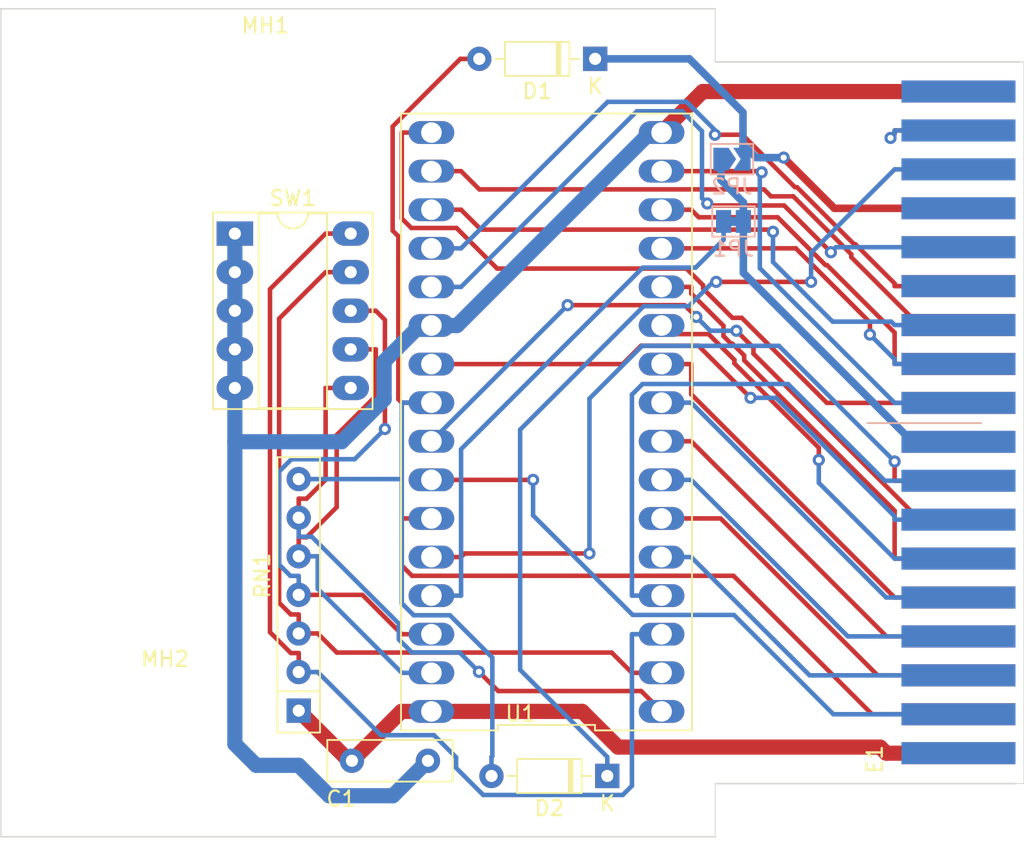
<source format=kicad_pcb>
(kicad_pcb (version 20211014) (generator pcbnew)
  (layers (0 "F.Cu" signal) (31 "B.Cu" signal) (34 "B.Paste" user) (35 "F.Paste" user) (36 "B.SilkS" user "B.Silkscreen") (37 "F.SilkS" user "F.Silkscreen") (38 "B.Mask" user) (39 "F.Mask" user) (44 "Edge.Cuts" user))
  (net 0 "")
  (net 1 "GND")
  (net 2 "+5V")
  (net 3 "Net-(D1-Pad2)")
  (net 4 "Net-(D1-Pad1)")
  (net 5 "Net-(D2-Pad1)")
  (net 6 "Net-(E1-Pad33)")
  (net 7 "Net-(RN1-Pad6)")
  (net 8 "Net-(RN1-Pad5)")
  (net 9 "Net-(RN1-Pad4)")
  (net 10 "Net-(RN1-Pad3)")
  (net 11 "Net-(RN1-Pad2)")
  (net 12 "Net-(E1-Pad19)")
  (net 13 "Net-(E1-Pad23)")
  (net 14 "Net-(E1-Pad24)")
  (net 15 "Net-(E1-Pad16)")
  (net 16 "Net-(E1-Pad25)")
  (net 17 "Net-(E1-Pad6)")
  (net 18 "Net-(E1-Pad28)")
  (net 19 "Net-(E1-Pad5)")
  (net 20 "Net-(E1-Pad8)")
  (net 21 "Net-(E1-Pad14)")
  (net 22 "Net-(E1-Pad7)")
  (net 23 "Net-(E1-Pad10)")
  (net 24 "Net-(E1-Pad13)")
  (net 25 "Net-(E1-Pad9)")
  (net 26 "Net-(E1-Pad4)")
  (net 27 "Net-(E1-Pad12)")
  (net 28 "Net-(E1-Pad3)")
  (net 29 "Net-(E1-Pad11)")
  (net 30 "Net-(E1-Pad15)")
  (net 31 "Net-(E1-Pad22)")
  (net 32 "Net-(E1-Pad18)")
  (net 33 "Net-(E1-Pad21)")
  (net 34 "Net-(E1-Pad20)")
  (net 42 "Net-(JP1-Pad1)")
  (footprint "CheshBits:36Edge" (layer "F.Cu") (at 160.5 120.5 90)
    (fp_text reference "E1" (at -0.4 0.5 90) (layer "F.SilkS"))
    (fp_text value "36Edge")
    (pad "1" connect rect locked (at 0 6 90) (size 1.45 7.5) (layers "F.Cu" "F.Mask") (net 2 "+5V"))
    (pad "2" connect rect locked (at 0 6 90) (size 1.45 7.5) (layers "B.Cu" "B.Mask"))
    (pad "3" connect rect locked (at 2.561764 6 90) (size 1.45 7.5) (layers "F.Cu" "F.Mask") (net 28 "Net-(E1-Pad3)"))
    (pad "4" connect rect locked (at 2.561764 6 90) (size 1.45 7.5) (layers "B.Cu" "B.Mask") (net 26 "Net-(E1-Pad4)"))
    (pad "5" connect rect locked (at 5.123528 6 90) (size 1.45 7.5) (layers "F.Cu" "F.Mask") (net 19 "Net-(E1-Pad5)"))
    (pad "6" connect rect locked (at 5.123528 6 90) (size 1.45 7.5) (layers "B.Cu" "B.Mask") (net 17 "Net-(E1-Pad6)"))
    (pad "7" connect rect locked (at 7.685292 6 90) (size 1.45 7.5) (layers "F.Cu" "F.Mask") (net 22 "Net-(E1-Pad7)"))
    (pad "8" connect rect locked (at 7.685292 6 90) (size 1.45 7.5) (layers "B.Cu" "B.Mask") (net 20 "Net-(E1-Pad8)"))
    (pad "9" connect rect locked (at 10.247056 6 90) (size 1.45 7.5) (layers "F.Cu" "F.Mask") (net 25 "Net-(E1-Pad9)"))
    (pad "10" connect rect locked (at 10.247056 6 90) (size 1.45 7.5) (layers "B.Cu" "B.Mask") (net 23 "Net-(E1-Pad10)"))
    (pad "11" connect rect locked (at 12.80882 6 90) (size 1.45 7.5) (layers "F.Cu" "F.Mask") (net 29 "Net-(E1-Pad11)"))
    (pad "12" connect rect locked (at 12.80882 6 90) (size 1.45 7.5) (layers "B.Cu" "B.Mask") (net 27 "Net-(E1-Pad12)"))
    (pad "13" connect rect locked (at 15.370584 6 90) (size 1.45 7.5) (layers "F.Cu" "F.Mask") (net 24 "Net-(E1-Pad13)"))
    (pad "14" connect rect locked (at 15.370584 6 90) (size 1.45 7.5) (layers "B.Cu" "B.Mask") (net 21 "Net-(E1-Pad14)"))
    (pad "15" connect rect locked (at 17.932348 6 90) (size 1.45 7.5) (layers "F.Cu" "F.Mask") (net 30 "Net-(E1-Pad15)"))
    (pad "16" connect rect locked (at 17.932348 6 90) (size 1.45 7.5) (layers "B.Cu" "B.Mask") (net 15 "Net-(E1-Pad16)"))
    (pad "17" connect rect locked (at 20.494112 6 90) (size 1.45 7.5) (layers "F.Cu" "F.Mask"))
    (pad "18" connect rect locked (at 20.494112 6 90) (size 1.45 7.5) (layers "B.Cu" "B.Mask") (net 32 "Net-(E1-Pad18)"))
    (pad "19" connect rect locked (at 23.055876 6 90) (size 1.45 7.5) (layers "F.Cu" "F.Mask") (net 12 "Net-(E1-Pad19)"))
    (pad "20" connect rect locked (at 23.055876 6 90) (size 1.45 7.5) (layers "B.Cu" "B.Mask") (net 34 "Net-(E1-Pad20)"))
    (pad "21" connect rect locked (at 25.61764 6 90) (size 1.45 7.5) (layers "F.Cu" "F.Mask") (net 33 "Net-(E1-Pad21)"))
    (pad "22" connect rect locked (at 25.61764 6 90) (size 1.45 7.5) (layers "B.Cu" "B.Mask") (net 31 "Net-(E1-Pad22)"))
    (pad "23" connect rect locked (at 28.179404 6 90) (size 1.45 7.5) (layers "F.Cu" "F.Mask") (net 13 "Net-(E1-Pad23)"))
    (pad "24" connect rect locked (at 28.179404 6 90) (size 1.45 7.5) (layers "B.Cu" "B.Mask") (net 14 "Net-(E1-Pad24)"))
    (pad "25" connect rect locked (at 30.741168 6 90) (size 1.45 7.5) (layers "F.Cu" "F.Mask") (net 16 "Net-(E1-Pad25)"))
    (pad "26" connect rect locked (at 30.741168 6 90) (size 1.45 7.5) (layers "B.Cu" "B.Mask"))
    (pad "27" connect rect locked (at 33.302932 6 90) (size 1.45 7.5) (layers "F.Cu" "F.Mask"))
    (pad "28" connect rect locked (at 33.302932 6 90) (size 1.45 7.5) (layers "B.Cu" "B.Mask") (net 18 "Net-(E1-Pad28)"))
    (pad "29" connect rect locked (at 35.864696 6 90) (size 1.45 7.5) (layers "F.Cu" "F.Mask") (net 4 "Net-(D1-Pad1)"))
    (pad "30" connect rect locked (at 35.864696 6 90) (size 1.45 7.5) (layers "B.Cu" "B.Mask"))
    (pad "31" connect rect locked (at 38.42646 6 90) (size 1.45 7.5) (layers "F.Cu" "F.Mask"))
    (pad "32" connect rect locked (at 38.42646 6 90) (size 1.45 7.5) (layers "B.Cu" "B.Mask") (net 5 "Net-(D2-Pad1)"))
    (pad "33" connect rect locked (at 40.988224 6 90) (size 1.45 7.5) (layers "F.Cu" "F.Mask") (net 6 "Net-(E1-Pad33)"))
    (pad "34" connect rect locked (at 40.988224 6 90) (size 1.45 7.5) (layers "B.Cu" "B.Mask") (net 6 "Net-(E1-Pad33)"))
    (pad "35" connect rect locked (at 43.55 6 90) (size 1.45 7.5) (layers "F.Cu" "F.Mask") (net 1 "GND"))
    (pad "36" connect rect locked (at 43.55 6 90) (size 1.45 7.5) (layers "B.Cu" "B.Mask"))
  )
  (footprint "Capacitor_THT:C_Disc_D8.0mm_W2.5mm_P5.00mm" (layer "F.Cu") (at 126.6 121)
    (fp_text reference "C1" (at -0.7 2.5) (layer "F.SilkS"))
    (fp_text value "0.1uF")
    (fp_line (start -1.62 1.37) (end 6.62 1.37) (layer "F.SilkS") (width 0.12))
    (fp_line (start -1.62 -1.37) (end 6.62 -1.37) (layer "F.SilkS") (width 0.12))
    (fp_line (start 6.62 -1.37) (end 6.62 1.37) (layer "F.SilkS") (width 0.12))
    (fp_line (start -1.62 -1.37) (end -1.62 1.37) (layer "F.SilkS") (width 0.12))
    (pad "1" thru_hole circle (at 0 0) (size 1.6 1.6) (drill 0.8) (layers *.Cu *.Mask) (net 2 "+5V"))
    (pad "2" thru_hole circle (at 5 0) (size 1.6 1.6) (drill 0.8) (layers *.Cu *.Mask) (net 1 "GND"))
  )
  (footprint "CheshBits:DIP-32_LP_FATBOY" (layer "F.Cu") (at 139.4 98.7 90)
    (fp_text reference "U1" (at -19.2 -1.7) (layer "F.SilkS"))
    (fp_text value "27C801")
    (fp_line (start -19.94 3.189999) (end -20.3 3.189999) (layer "F.SilkS") (width 0.12))
    (fp_line (start 20.3 9.57) (end 20.3 -9.569999) (layer "F.SilkS") (width 0.12))
    (fp_line (start -20.3 -3.19) (end -19.94 -3.19) (layer "F.SilkS") (width 0.12))
    (fp_line (start -20.3 9.569999) (end 20.3 9.57) (layer "F.SilkS") (width 0.12))
    (fp_line (start -20.3 -9.57) (end -20.3 -3.19) (layer "F.SilkS") (width 0.12))
    (fp_line (start -19.94 -3.19) (end -19.94 3.189999) (layer "F.SilkS") (width 0.12))
    (fp_line (start 20.3 -9.569999) (end -20.3 -9.57) (layer "F.SilkS") (width 0.12))
    (fp_line (start -20.3 3.189999) (end -20.3 9.569999) (layer "F.SilkS") (width 0.12))
    (pad "1" thru_hole oval (at -19.05 7.57 90) (size 1.5 3) (drill 1.35) (layers *.Cu *.Mask) (net 7 "Net-(RN1-Pad6)"))
    (pad "2" thru_hole oval (at -16.51 7.57 90) (size 1.5 3) (drill 1.35) (layers *.Cu *.Mask) (net 10 "Net-(RN1-Pad3)"))
    (pad "3" thru_hole oval (at -13.97 7.57 90) (size 1.5 3) (drill 1.35) (layers *.Cu *.Mask) (net 11 "Net-(RN1-Pad2)"))
    (pad "4" thru_hole oval (at -11.43 7.57 90) (size 1.5 3) (drill 1.35) (layers *.Cu *.Mask) (net 15 "Net-(E1-Pad16)"))
    (pad "5" thru_hole oval (at -8.89 7.57 90) (size 1.5 3) (drill 1.35) (layers *.Cu *.Mask) (net 17 "Net-(E1-Pad6)"))
    (pad "6" thru_hole oval (at -6.35 7.57 90) (size 1.5 3) (drill 1.35) (layers *.Cu *.Mask) (net 19 "Net-(E1-Pad5)"))
    (pad "7" thru_hole oval (at -3.81 7.57 90) (size 1.5 3) (drill 1.35) (layers *.Cu *.Mask) (net 20 "Net-(E1-Pad8)"))
    (pad "8" thru_hole oval (at -1.27 7.57 90) (size 1.5 3) (drill 1.35) (layers *.Cu *.Mask) (net 22 "Net-(E1-Pad7)"))
    (pad "9" thru_hole oval (at 1.27 7.57 90) (size 1.5 3) (drill 1.35) (layers *.Cu *.Mask) (net 23 "Net-(E1-Pad10)"))
    (pad "10" thru_hole oval (at 3.81 7.57 90) (size 1.5 3) (drill 1.35) (layers *.Cu *.Mask) (net 25 "Net-(E1-Pad9)"))
    (pad "11" thru_hole oval (at 6.35 7.57 90) (size 1.5 3) (drill 1.35) (layers *.Cu *.Mask) (net 27 "Net-(E1-Pad12)"))
    (pad "12" thru_hole oval (at 8.89 7.57 90) (size 1.5 3) (drill 1.35) (layers *.Cu *.Mask) (net 29 "Net-(E1-Pad11)"))
    (pad "13" thru_hole oval (at 11.43 7.57 90) (size 1.5 3) (drill 1.35) (layers *.Cu *.Mask) (net 31 "Net-(E1-Pad22)"))
    (pad "14" thru_hole oval (at 13.97 7.57 90) (size 1.5 3) (drill 1.35) (layers *.Cu *.Mask) (net 33 "Net-(E1-Pad21)"))
    (pad "15" thru_hole oval (at 16.51 7.57 90) (size 1.5 3) (drill 1.35) (layers *.Cu *.Mask) (net 34 "Net-(E1-Pad20)"))
    (pad "16" thru_hole oval (at 19.05 7.57 90) (size 1.5 3) (drill 1.35) (layers *.Cu *.Mask) (net 1 "GND"))
    (pad "17" thru_hole oval (at 19.05 -7.57 90) (size 1.5 3) (drill 1.35) (layers *.Cu *.Mask) (net 12 "Net-(E1-Pad19)"))
    (pad "18" thru_hole oval (at 16.51 -7.57 90) (size 1.5 3) (drill 1.35) (layers *.Cu *.Mask) (net 13 "Net-(E1-Pad23)"))
    (pad "19" thru_hole oval (at 13.97 -7.57 90) (size 1.5 3) (drill 1.35) (layers *.Cu *.Mask) (net 14 "Net-(E1-Pad24)"))
    (pad "20" thru_hole oval (at 11.43 -7.57 90) (size 1.5 3) (drill 1.35) (layers *.Cu *.Mask) (net 16 "Net-(E1-Pad25)"))
    (pad "21" thru_hole oval (at 8.89 -7.57 90) (size 1.5 3) (drill 1.35) (layers *.Cu *.Mask) (net 18 "Net-(E1-Pad28)"))
    (pad "22" thru_hole oval (at 6.35 -7.57 90) (size 1.5 3) (drill 1.35) (layers *.Cu *.Mask) (net 1 "GND"))
    (pad "23" thru_hole oval (at 3.81 -7.57 90) (size 1.5 3) (drill 1.35) (layers *.Cu *.Mask) (net 21 "Net-(E1-Pad14)"))
    (pad "24" thru_hole oval (at 1.27 -7.57 90) (size 1.5 3) (drill 1.35) (layers *.Cu *.Mask) (net 3 "Net-(D1-Pad2)"))
    (pad "25" thru_hole oval (at -1.27 -7.57 90) (size 1.5 3) (drill 1.35) (layers *.Cu *.Mask) (net 24 "Net-(E1-Pad13)"))
    (pad "26" thru_hole oval (at -3.81 -7.57 90) (size 1.5 3) (drill 1.35) (layers *.Cu *.Mask) (net 26 "Net-(E1-Pad4)"))
    (pad "27" thru_hole oval (at -6.35 -7.57 90) (size 1.5 3) (drill 1.35) (layers *.Cu *.Mask) (net 28 "Net-(E1-Pad3)"))
    (pad "28" thru_hole oval (at -8.89 -7.57 90) (size 1.5 3) (drill 1.35) (layers *.Cu *.Mask) (net 30 "Net-(E1-Pad15)"))
    (pad "29" thru_hole oval (at -11.43 -7.57 90) (size 1.5 3) (drill 1.35) (layers *.Cu *.Mask) (net 42 "Net-(JP1-Pad1)"))
    (pad "30" thru_hole oval (at -13.97 -7.57 90) (size 1.5 3) (drill 1.35) (layers *.Cu *.Mask) (net 9 "Net-(RN1-Pad4)"))
    (pad "31" thru_hole oval (at -16.51 -7.57 90) (size 1.5 3) (drill 1.35) (layers *.Cu *.Mask) (net 8 "Net-(RN1-Pad5)"))
    (pad "32" thru_hole oval (at -19.05 -7.57 90) (size 1.5 3) (drill 1.35) (layers *.Cu *.Mask) (net 2 "+5V"))
  )
  (footprint "MountingHole:MountingHole_5.5mm" (layer "F.Cu") (at 114.2 76.7)
    (fp_text reference "MH1" (at 6.7 -4.1) (layer "F.SilkS"))
    (fp_text value "MountingHole_5.5mm")
    (pad "" np_thru_hole circle (at 0 0) (size 5.5 5.5) (drill 5.5) (layers *.Cu *.Mask))
  )
  (footprint "Resistor_THT:R_Array_SIP7" (layer "F.Cu") (at 123.1 117.7 90)
    (fp_text reference "RN1" (at 8.89 -2.4 90) (layer "F.SilkS"))
    (fp_text value "4.7k")
    (fp_line (start -1.44 -1.4) (end -1.44 1.4) (layer "F.SilkS") (width 0.12))
    (fp_line (start 16.68 -1.4) (end -1.44 -1.4) (layer "F.SilkS") (width 0.12))
    (fp_line (start -1.44 1.4) (end 16.68 1.4) (layer "F.SilkS") (width 0.12))
    (fp_line (start 1.27 -1.4) (end 1.27 1.4) (layer "F.SilkS") (width 0.12))
    (fp_line (start 16.68 1.4) (end 16.68 -1.4) (layer "F.SilkS") (width 0.12))
    (pad "1" thru_hole rect (at 0 0 90) (size 1.6 1.6) (drill 0.8) (layers *.Cu *.Mask) (net 2 "+5V"))
    (pad "2" thru_hole oval (at 2.54 0 90) (size 1.6 1.6) (drill 0.8) (layers *.Cu *.Mask) (net 11 "Net-(RN1-Pad2)"))
    (pad "3" thru_hole oval (at 5.08 0 90) (size 1.6 1.6) (drill 0.8) (layers *.Cu *.Mask) (net 10 "Net-(RN1-Pad3)"))
    (pad "4" thru_hole oval (at 7.62 0 90) (size 1.6 1.6) (drill 0.8) (layers *.Cu *.Mask) (net 9 "Net-(RN1-Pad4)"))
    (pad "5" thru_hole oval (at 10.16 0 90) (size 1.6 1.6) (drill 0.8) (layers *.Cu *.Mask) (net 8 "Net-(RN1-Pad5)"))
    (pad "6" thru_hole oval (at 12.7 0 90) (size 1.6 1.6) (drill 0.8) (layers *.Cu *.Mask) (net 7 "Net-(RN1-Pad6)"))
    (pad "7" thru_hole oval (at 15.24 0 90) (size 1.6 1.6) (drill 0.8) (layers *.Cu *.Mask) (net 3 "Net-(D1-Pad2)"))
  )
  (footprint "Diode_THT:D_DO-35_SOD27_P7.62mm_Horizontal" (layer "F.Cu") (at 143.4 122 180)
    (fp_text reference "D2" (at 3.81 -2.12) (layer "F.SilkS"))
    (fp_text value "1N4148")
    (fp_text user "K" (at 0 -1.8) (layer "F.SilkS"))
    (fp_line (start 1.69 -1.12) (end 1.69 1.12) (layer "F.SilkS") (width 0.12))
    (fp_line (start 1.04 0) (end 1.69 0) (layer "F.SilkS") (width 0.12))
    (fp_line (start 5.93 1.12) (end 5.93 -1.12) (layer "F.SilkS") (width 0.12))
    (fp_line (start 6.58 0) (end 5.93 0) (layer "F.SilkS") (width 0.12))
    (fp_line (start 2.29 -1.12) (end 2.29 1.12) (layer "F.SilkS") (width 0.12))
    (fp_line (start 1.69 1.12) (end 5.93 1.12) (layer "F.SilkS") (width 0.12))
    (fp_line (start 2.41 -1.12) (end 2.41 1.12) (layer "F.SilkS") (width 0.12))
    (fp_line (start 5.93 -1.12) (end 1.69 -1.12) (layer "F.SilkS") (width 0.12))
    (fp_line (start 2.53 -1.12) (end 2.53 1.12) (layer "F.SilkS") (width 0.12))
    (pad "1" thru_hole rect (at 0 0 180) (size 1.6 1.6) (drill 0.8) (layers *.Cu *.Mask) (net 5 "Net-(D2-Pad1)"))
    (pad "2" thru_hole oval (at 7.62 0 180) (size 1.6 1.6) (drill 0.8) (layers *.Cu *.Mask) (net 3 "Net-(D1-Pad2)"))
  )
  (footprint "Diode_THT:D_DO-35_SOD27_P7.62mm_Horizontal" (layer "F.Cu") (at 142.6 74.8 180)
    (fp_text reference "D1" (at 3.81 -2.12) (layer "F.SilkS"))
    (fp_text value "1N4148")
    (fp_text user "K" (at 0 -1.8) (layer "F.SilkS"))
    (fp_line (start 2.41 -1.12) (end 2.41 1.12) (layer "F.SilkS") (width 0.12))
    (fp_line (start 5.93 1.12) (end 5.93 -1.12) (layer "F.SilkS") (width 0.12))
    (fp_line (start 1.69 -1.12) (end 1.69 1.12) (layer "F.SilkS") (width 0.12))
    (fp_line (start 6.58 0) (end 5.93 0) (layer "F.SilkS") (width 0.12))
    (fp_line (start 5.93 -1.12) (end 1.69 -1.12) (layer "F.SilkS") (width 0.12))
    (fp_line (start 2.53 -1.12) (end 2.53 1.12) (layer "F.SilkS") (width 0.12))
    (fp_line (start 2.29 -1.12) (end 2.29 1.12) (layer "F.SilkS") (width 0.12))
    (fp_line (start 1.04 0) (end 1.69 0) (layer "F.SilkS") (width 0.12))
    (fp_line (start 1.69 1.12) (end 5.93 1.12) (layer "F.SilkS") (width 0.12))
    (pad "1" thru_hole rect (at 0 0 180) (size 1.6 1.6) (drill 0.8) (layers *.Cu *.Mask) (net 4 "Net-(D1-Pad1)"))
    (pad "2" thru_hole oval (at 7.62 0 180) (size 1.6 1.6) (drill 0.8) (layers *.Cu *.Mask) (net 3 "Net-(D1-Pad2)"))
  )
  (footprint "MountingHole:MountingHole_5.5mm" (layer "F.Cu") (at 114.3 120.8)
    (fp_text reference "MH2" (at 0 -6.5) (layer "F.SilkS"))
    (fp_text value "MountingHole_5.5mm")
    (pad "" np_thru_hole circle (at 0 0) (size 5.5 5.5) (drill 5.5) (layers *.Cu *.Mask))
  )
  (footprint "Package_DIP:DIP-10_W7.62mm_Socket_LongPads" (layer "F.Cu") (at 118.9 86.3)
    (fp_text reference "SW1" (at 3.81 -2.33) (layer "F.SilkS"))
    (fp_text value "SW_DIP_x05")
    (fp_line (start -1.44 -1.39) (end -1.44 11.55) (layer "F.SilkS") (width 0.12))
    (fp_line (start 1.56 -1.33) (end 1.56 11.49) (layer "F.SilkS") (width 0.12))
    (fp_line (start 2.81 -1.33) (end 1.56 -1.33) (layer "F.SilkS") (width 0.12))
    (fp_line (start -1.44 11.55) (end 9.06 11.55) (layer "F.SilkS") (width 0.12))
    (fp_line (start 6.06 -1.33) (end 4.81 -1.33) (layer "F.SilkS") (width 0.12))
    (fp_line (start 1.56 11.49) (end 6.06 11.49) (layer "F.SilkS") (width 0.12))
    (fp_line (start 9.06 -1.39) (end -1.44 -1.39) (layer "F.SilkS") (width 0.12))
    (fp_line (start 6.06 11.49) (end 6.06 -1.33) (layer "F.SilkS") (width 0.12))
    (fp_line (start 9.06 11.55) (end 9.06 -1.39) (layer "F.SilkS") (width 0.12))
    (fp_arc (start 4.81 -1.33) (mid 3.81 -0.33) (end 2.81 -1.33) (layer "F.SilkS") (width 0.12))
    (pad "1" thru_hole rect (at 0 0) (size 2.4 1.6) (drill 0.8) (layers *.Cu *.Mask) (net 1 "GND"))
    (pad "2" thru_hole oval (at 0 2.54) (size 2.4 1.6) (drill 0.8) (layers *.Cu *.Mask) (net 1 "GND"))
    (pad "3" thru_hole oval (at 0 5.08) (size 2.4 1.6) (drill 0.8) (layers *.Cu *.Mask) (net 1 "GND"))
    (pad "4" thru_hole oval (at 0 7.62) (size 2.4 1.6) (drill 0.8) (layers *.Cu *.Mask) (net 1 "GND"))
    (pad "5" thru_hole oval (at 0 10.16) (size 2.4 1.6) (drill 0.8) (layers *.Cu *.Mask) (net 1 "GND"))
    (pad "6" thru_hole oval (at 7.62 10.16) (size 2.4 1.6) (drill 0.8) (layers *.Cu *.Mask) (net 7 "Net-(RN1-Pad6)"))
    (pad "7" thru_hole oval (at 7.62 7.62) (size 2.4 1.6) (drill 0.8) (layers *.Cu *.Mask) (net 8 "Net-(RN1-Pad5)"))
    (pad "8" thru_hole oval (at 7.62 5.08) (size 2.4 1.6) (drill 0.8) (layers *.Cu *.Mask) (net 9 "Net-(RN1-Pad4)"))
    (pad "9" thru_hole oval (at 7.62 2.54) (size 2.4 1.6) (drill 0.8) (layers *.Cu *.Mask) (net 10 "Net-(RN1-Pad3)"))
    (pad "10" thru_hole oval (at 7.62 0) (size 2.4 1.6) (drill 0.8) (layers *.Cu *.Mask) (net 11 "Net-(RN1-Pad2)"))
  )
  (footprint "Jumper:SolderJumper-2_P1.3mm_Bridged_Pad1.0x1.5mm" (layer "B.Cu") (at 151.7 85.5)
    (fp_text reference "JP1" (at 0 1.8) (layer "B.SilkS") (effects (justify mirror)))
    (fp_text value "Jumper_2_Bridged")
    (fp_poly (pts (xy -0.25 0.3) (xy 0.25 0.3) (xy 0.25 -0.3) (xy -0.25 -0.3)) (layer "B.Cu") (width 0) (fill solid))
    (fp_line (start 1.4 1) (end 1.4 -1) (layer "B.SilkS") (width 0.12))
    (fp_line (start 1.4 -1) (end -1.4 -1) (layer "B.SilkS") (width 0.12))
    (fp_line (start -1.4 -1) (end -1.4 1) (layer "B.SilkS") (width 0.12))
    (fp_line (start -1.4 1) (end 1.4 1) (layer "B.SilkS") (width 0.12))
    (pad "1" smd rect (at -0.65 0) (size 1 1.5) (layers "B.Cu" "B.Mask") (net 42 "Net-(JP1-Pad1)"))
    (pad "2" smd rect (at 0.65 0) (size 1 1.5) (layers "B.Cu" "B.Mask") (net 32 "Net-(E1-Pad18)"))
  )
  (footprint "Jumper:SolderJumper-2_P1.3mm_Open_TrianglePad1.0x1.5mm" (layer "B.Cu") (at 151.6 81.4)
    (fp_text reference "JP2" (at 0 1.8) (layer "B.SilkS") (effects (justify mirror)))
    (fp_text value "Jumper_2_Open")
    (fp_line (start 1.4 1) (end 1.4 -1) (layer "B.SilkS") (width 0.12))
    (fp_line (start -1.4 -1) (end -1.4 1) (layer "B.SilkS") (width 0.12))
    (fp_line (start 1.4 -1) (end -1.4 -1) (layer "B.SilkS") (width 0.12))
    (fp_line (start -1.4 1) (end 1.4 1) (layer "B.SilkS") (width 0.12))
    (pad "1" smd custom (at -0.725 0) (size 0.3 0.3) (layers "B.Cu" "B.Mask") (net 32 "Net-(E1-Pad18)") (options (clearance outline) (anchor rect)) (primitives (gr_poly (pts (xy 1 0) (xy 0.5 0.75) (xy -0.5 0.75) (xy -0.5 -0.75) (xy 0.5 -0.75)) (width 0) (fill yes))))
    (pad "2" smd custom (at 0.725 0) (size 0.3 0.3) (layers "B.Cu" "B.Mask") (net 4 "Net-(D1-Pad1)") (options (clearance outline) (anchor rect)) (primitives (gr_poly (pts (xy 0.5 0.75) (xy -0.65 0.75) (xy -0.15 0) (xy -0.65 -0.75) (xy 0.5 -0.75)) (width 0) (fill yes))))
  )
  (gr_line (start 160.5 98.775) (end 168 98.775) (layer "B.SilkS") (width 0.12))
  (gr_line (start 170.2 75) (end 170.5 75) (layer "Edge.Cuts") (width 0.1))
  (gr_line (start 103.5 126) (end 103.5 71.5) (layer "Edge.Cuts") (width 0.1))
  (gr_line (start 103.5 71.5) (end 150.5 71.5) (layer "Edge.Cuts") (width 0.1))
  (gr_line (start 150.5 122.5) (end 150.5 126) (layer "Edge.Cuts") (width 0.05))
  (gr_line (start 150.5 126) (end 103.5 126) (layer "Edge.Cuts") (width 0.1))
  (gr_line (start 150.5 75) (end 150.5 71.5) (layer "Edge.Cuts") (width 0.05))
  (gr_line (start 170.2 122.5) (end 170.8 122.5) (layer "Edge.Cuts") (width 0.05))
  (gr_line (start 170.5 75) (end 170.8 75) (layer "Edge.Cuts") (width 0.05))
  (gr_line (start 170.2 122.5) (end 150.5 122.5) (layer "Edge.Cuts") (width 0.1))
  (gr_line (start 150.5 75) (end 170.2 75) (layer "Edge.Cuts") (width 0.1))
  (gr_line (start 170.8 75) (end 170.8 122.5) (layer "Edge.Cuts") (width 0.05))
  (segment (start 166.5 76.95) (end 149.67 76.95) (width 1) (layer "F.Cu") (net 1))
  (segment (start 149.67 76.95) (end 146.97 79.65) (width 1) (layer "F.Cu") (net 1))
  (segment (start 118.9 91.38) (end 118.9 93.92) (width 1) (layer "B.Cu") (net 1))
  (segment (start 131.83 92.35) (end 131.08 92.35) (width 1) (layer "B.Cu") (net 1))
  (segment (start 128.72 94.7105) (end 128.72 97.2054) (width 1) (layer "B.Cu") (net 1))
  (segment (start 118.9 100) (end 118.9 96.46) (width 1) (layer "B.Cu") (net 1))
  (segment (start 125.925 100) (end 118.9 100) (width 1) (layer "B.Cu") (net 1))
  (segment (start 146.22 79.65) (end 133.52 92.35) (width 1) (layer "B.Cu") (net 1))
  (segment (start 131.6 121) (end 129.3 123.3) (width 1) (layer "B.Cu") (net 1))
  (segment (start 118.9 86.3) (end 118.9 88.84) (width 1) (layer "B.Cu") (net 1))
  (segment (start 146.97 79.65) (end 146.22 79.65) (width 1) (layer "B.Cu") (net 1))
  (segment (start 118.9 93.92) (end 118.9 96.46) (width 1) (layer "B.Cu") (net 1))
  (segment (start 118.9 119.9) (end 118.9 100) (width 1) (layer "B.Cu") (net 1))
  (segment (start 120.3 121.3) (end 118.9 119.9) (width 1) (layer "B.Cu") (net 1))
  (segment (start 133.52 92.35) (end 131.83 92.35) (width 1) (layer "B.Cu") (net 1))
  (segment (start 129.3 123.3) (end 125.101 123.3) (width 1) (layer "B.Cu") (net 1))
  (segment (start 118.9 88.84) (end 118.9 91.38) (width 1) (layer "B.Cu") (net 1))
  (segment (start 123.101 121.3) (end 120.3 121.3) (width 1) (layer "B.Cu") (net 1))
  (segment (start 125.101 123.3) (end 123.101 121.3) (width 1) (layer "B.Cu") (net 1))
  (segment (start 131.08 92.35) (end 128.72 94.7105) (width 1) (layer "B.Cu") (net 1))
  (segment (start 128.72 97.2054) (end 125.925 100) (width 1) (layer "B.Cu") (net 1))
  (segment (start 126.6 121) (end 126.4 121) (width 1) (layer "F.Cu") (net 2))
  (segment (start 166.5 120.5) (end 161.75 120.5) (width 1) (layer "F.Cu") (net 2))
  (segment (start 161.35 120.1) (end 144.1 120.1) (width 1) (layer "F.Cu") (net 2))
  (segment (start 144.1 120.1) (end 141.75 117.75) (width 1) (layer "F.Cu") (net 2))
  (segment (start 126.4 121) (end 123.1 117.7) (width 1) (layer "F.Cu") (net 2))
  (segment (start 131.83 117.75) (end 129.85 117.75) (width 1) (layer "F.Cu") (net 2))
  (segment (start 141.75 117.75) (end 131.83 117.75) (width 1) (layer "F.Cu") (net 2))
  (segment (start 129.85 117.75) (end 126.6 121) (width 1) (layer "F.Cu") (net 2))
  (segment (start 161.75 120.5) (end 161.35 120.1) (width 1) (layer "F.Cu") (net 2))
  (segment (start 129.279 86.104) (end 129.6542 86.4792) (width 0.3) (layer "F.Cu") (net 3))
  (segment (start 129.6542 86.4792) (end 129.6542 97.2045) (width 0.3) (layer "F.Cu") (net 3))
  (segment (start 129.279 79.2507) (end 129.279 86.104) (width 0.3) (layer "F.Cu") (net 3))
  (segment (start 134.98 74.8) (end 133.7297 74.8) (width 0.3) (layer "F.Cu") (net 3))
  (segment (start 133.7297 74.8) (end 129.279 79.2507) (width 0.3) (layer "F.Cu") (net 3))
  (segment (start 129.6542 97.2045) (end 129.8797 97.43) (width 0.3) (layer "F.Cu") (net 3))
  (segment (start 131.83 97.43) (end 129.8797 97.43) (width 0.3) (layer "F.Cu") (net 3))
  (segment (start 123.1 102.46) (end 124.3503 102.46) (width 0.3) (layer "B.Cu") (net 3))
  (segment (start 135.78 122) (end 135.78 120.7497) (width 0.3) (layer "B.Cu") (net 3))
  (segment (start 135.8385 114.213) (end 133.0473 111.4218) (width 0.3) (layer "B.Cu") (net 3))
  (segment (start 130.667 111.4218) (end 129.8797 110.6345) (width 0.3) (layer "B.Cu") (net 3))
  (segment (start 133.0473 111.4218) (end 130.667 111.4218) (width 0.3) (layer "B.Cu") (net 3))
  (segment (start 135.8385 120.6912) (end 135.8385 114.213) (width 0.3) (layer "B.Cu") (net 3))
  (segment (start 129.8797 110.6345) (end 129.8797 102.46) (width 0.3) (layer "B.Cu") (net 3))
  (segment (start 131.83 97.43) (end 129.8797 97.43) (width 0.3) (layer "B.Cu") (net 3))
  (segment (start 129.8797 102.46) (end 124.3503 102.46) (width 0.3) (layer "B.Cu") (net 3))
  (segment (start 135.78 120.7497) (end 135.8385 120.6912) (width 0.3) (layer "B.Cu") (net 3))
  (segment (start 129.8797 102.46) (end 129.8797 97.43) (width 0.3) (layer "B.Cu") (net 3))
  (segment (start 166.5 84.6353) (end 158.335 84.6353) (width 0.5) (layer "F.Cu") (net 4))
  (segment (start 158.335 84.6353) (end 155 81.3) (width 0.5) (layer "F.Cu") (net 4))
  (via (at 155 81.3) (size 0.8) (drill 0.4) (layers "F.Cu" "B.Cu") (net 4))
  (segment (start 152.325 80.8225) (end 152.325 80.8227) (width 0.5) (layer "B.Cu") (net 4))
  (segment (start 152.325 80.8197) (end 152.325 80.8213) (width 0.5) (layer "B.Cu") (net 4))
  (segment (start 152.325 80.8166) (end 152.325 80.8197) (width 0.5) (layer "B.Cu") (net 4))
  (segment (start 152.325 80.7234) (end 152.325 80.7731) (width 0.5) (layer "B.Cu") (net 4))
  (segment (start 142.6 74.8) (end 148.8 74.8) (width 0.5) (layer "B.Cu") (net 4))
  (segment (start 152.325 80.8221) (end 152.325 80.8225) (width 0.5) (layer "B.Cu") (net 4))
  (segment (start 152.325 80.8227) (end 152.325 80.8228) (width 0.5) (layer "B.Cu") (net 4))
  (segment (start 155 81.3) (end 153.2 81.3) (width 0.5) (layer "B.Cu") (net 4))
  (segment (start 152.325 80.7731) (end 152.325 80.798) (width 0.5) (layer "B.Cu") (net 4))
  (segment (start 152.325 80.8228) (end 152.325 80.8229) (width 0.5) (layer "B.Cu") (net 4))
  (segment (start 152.325 80.798) (end 152.325 80.8104) (width 0.5) (layer "B.Cu") (net 4))
  (segment (start 152.325 80.6239) (end 152.325 80.7234) (width 0.5) (layer "B.Cu") (net 4))
  (segment (start 152.325 78.325) (end 152.325 80.425) (width 0.5) (layer "B.Cu") (net 4))
  (segment (start 148.8 74.8) (end 152.325 78.325) (width 0.5) (layer "B.Cu") (net 4))
  (segment (start 152.325 80.8104) (end 152.325 80.8166) (width 0.5) (layer "B.Cu") (net 4))
  (segment (start 152.325 80.425) (end 152.325 80.6239) (width 0.5) (layer "B.Cu") (net 4))
  (segment (start 152.325 80.8213) (end 152.325 80.8221) (width 0.5) (layer "B.Cu") (net 4))
  (segment (start 153.2 81.3) (end 152.325 80.425) (width 0.5) (layer "B.Cu") (net 4))
  (segment (start 150.5626 89.4781) (end 156.8058 89.4781) (width 0.3) (layer "F.Cu") (net 5))
  (via (at 150.5626 89.4781) (size 0.8) (drill 0.4) (layers "F.Cu" "B.Cu") (net 5))
  (via (at 156.8058 89.4781) (size 0.8) (drill 0.4) (layers "F.Cu" "B.Cu") (net 5))
  (segment (start 162.2997 82.0735) (end 156.8058 87.5674) (width 0.3) (layer "B.Cu") (net 5))
  (segment (start 156.8058 87.5674) (end 156.8058 89.4781) (width 0.3) (layer "B.Cu") (net 5))
  (segment (start 150.5626 89.4781) (end 150.3579 89.4781) (width 0.3) (layer "B.Cu") (net 5))
  (segment (start 137.6662 99.2037) (end 137.6662 115.0159) (width 0.3) (layer "B.Cu") (net 5))
  (segment (start 150.3579 89.4781) (end 148.756 91.08) (width 0.3) (layer "B.Cu") (net 5))
  (segment (start 166.5 82.0735) (end 162.2997 82.0735) (width 0.3) (layer "B.Cu") (net 5))
  (segment (start 137.6662 115.0159) (end 143.4 120.7497) (width 0.3) (layer "B.Cu") (net 5))
  (segment (start 143.4 122) (end 143.4 120.7497) (width 0.3) (layer "B.Cu") (net 5))
  (segment (start 148.756 91.08) (end 145.7899 91.08) (width 0.3) (layer "B.Cu") (net 5))
  (segment (start 145.7899 91.08) (end 137.6662 99.2037) (width 0.3) (layer "B.Cu") (net 5))
  (segment (start 162.0315 80.0049) (end 162.2997 79.7367) (width 0.3) (layer "F.Cu") (net 6))
  (segment (start 166.5 79.5118) (end 162.2997 79.5118) (width 0.3) (layer "F.Cu") (net 6))
  (segment (start 162.2997 79.7367) (end 162.2997 79.5118) (width 0.3) (layer "F.Cu") (net 6))
  (via (at 162.0315 80.0049) (size 0.8) (drill 0.4) (layers "F.Cu" "B.Cu") (net 6))
  (segment (start 166.5 79.5118) (end 162.2997 79.5118) (width 0.3) (layer "B.Cu") (net 6))
  (segment (start 162.2997 79.5118) (end 162.2997 79.7367) (width 0.3) (layer "B.Cu") (net 6))
  (segment (start 162.2997 79.7367) (end 162.0315 80.0049) (width 0.3) (layer "B.Cu") (net 6))
  (segment (start 146.97 117.75) (end 145.6304 116.4104) (width 0.3) (layer "F.Cu") (net 7))
  (segment (start 123.6181 103.7497) (end 123.1 103.7497) (width 0.3) (layer "F.Cu") (net 7))
  (segment (start 124.8697 96.46) (end 124.8697 102.4981) (width 0.3) (layer "F.Cu") (net 7))
  (segment (start 123.1 104.3748) (end 123.1 104.4409) (width 0.3) (layer "F.Cu") (net 7))
  (segment (start 123.1 105) (end 123.1 104.4409) (width 0.3) (layer "F.Cu") (net 7))
  (segment (start 126.52 96.46) (end 124.8697 96.46) (width 0.3) (layer "F.Cu") (net 7))
  (segment (start 123.1 104.3748) (end 123.1 103.7497) (width 0.3) (layer "F.Cu") (net 7))
  (segment (start 136.2218 116.4104) (end 134.956 115.1446) (width 0.3) (layer "F.Cu") (net 7))
  (segment (start 124.8697 102.4981) (end 123.6181 103.7497) (width 0.3) (layer "F.Cu") (net 7))
  (segment (start 145.6304 116.4104) (end 136.2218 116.4104) (width 0.3) (layer "F.Cu") (net 7))
  (via (at 134.956 115.1446) (size 0.8) (drill 0.4) (layers "F.Cu" "B.Cu") (net 7))
  (segment (start 133.6818 113.8704) (end 134.956 115.1446) (width 0.3) (layer "B.Cu") (net 7))
  (segment (start 129.6857 113.0137) (end 130.5424 113.8704) (width 0.3) (layer "B.Cu") (net 7))
  (segment (start 129.6857 111.9764) (end 129.6857 113.0137) (width 0.3) (layer "B.Cu") (net 7))
  (segment (start 123.9596 106.2503) (end 129.6857 111.9764) (width 0.3) (layer "B.Cu") (net 7))
  (segment (start 123.1 105) (end 123.1 106.2503) (width 0.3) (layer "B.Cu") (net 7))
  (segment (start 123.1 106.2503) (end 123.9596 106.2503) (width 0.3) (layer "B.Cu") (net 7))
  (segment (start 130.5424 113.8704) (end 133.6818 113.8704) (width 0.3) (layer "B.Cu") (net 7))
  (segment (start 125.5976 99.5625) (end 125.5976 104.3102) (width 0.3) (layer "F.Cu") (net 8))
  (segment (start 125.5976 104.3102) (end 123.6181 106.2897) (width 0.3) (layer "F.Cu") (net 8))
  (segment (start 126.52 93.92) (end 128.1703 93.92) (width 0.3) (layer "F.Cu") (net 8))
  (segment (start 123.1 107.54) (end 123.1 106.2897) (width 0.3) (layer "F.Cu") (net 8))
  (segment (start 128.1703 96.9898) (end 125.5976 99.5625) (width 0.3) (layer "F.Cu") (net 8))
  (segment (start 128.1703 93.92) (end 128.1703 96.9898) (width 0.3) (layer "F.Cu") (net 8))
  (segment (start 123.6181 106.2897) (end 123.1 106.2897) (width 0.3) (layer "F.Cu") (net 8))
  (segment (start 131.83 115.21) (end 129.8797 115.21) (width 0.3) (layer "B.Cu") (net 8))
  (segment (start 124.3503 107.54) (end 124.3503 109.6806) (width 0.3) (layer "B.Cu") (net 8))
  (segment (start 123.1 107.54) (end 124.3503 107.54) (width 0.3) (layer "B.Cu") (net 8))
  (segment (start 124.3503 109.6806) (end 129.8797 115.21) (width 0.3) (layer "B.Cu") (net 8))
  (segment (start 123.1 110.08) (end 127.2897 110.08) (width 0.3) (layer "F.Cu") (net 9))
  (segment (start 127.2897 110.08) (end 129.8797 112.67) (width 0.3) (layer "F.Cu") (net 9))
  (segment (start 128.7706 99.1622) (end 128.7706 91.9803) (width 0.3) (layer "F.Cu") (net 9))
  (segment (start 126.52 91.38) (end 128.1703 91.38) (width 0.3) (layer "F.Cu") (net 9))
  (segment (start 131.83 112.67) (end 129.8797 112.67) (width 0.3) (layer "F.Cu") (net 9))
  (segment (start 128.7706 91.9803) (end 128.1703 91.38) (width 0.3) (layer "F.Cu") (net 9))
  (via (at 128.7706 99.1622) (size 0.8) (drill 0.4) (layers "F.Cu" "B.Cu") (net 9))
  (segment (start 122.6239 101.1505) (end 126.7823 101.1505) (width 0.3) (layer "B.Cu") (net 9))
  (segment (start 122.553 108.8297) (end 121.8048 108.0815) (width 0.3) (layer "B.Cu") (net 9))
  (segment (start 123.1 110.08) (end 123.1 108.8297) (width 0.3) (layer "B.Cu") (net 9))
  (segment (start 126.7823 101.1505) (end 128.7706 99.1622) (width 0.3) (layer "B.Cu") (net 9))
  (segment (start 121.8048 101.9696) (end 122.6239 101.1505) (width 0.3) (layer "B.Cu") (net 9))
  (segment (start 121.8048 108.0815) (end 121.8048 101.9696) (width 0.3) (layer "B.Cu") (net 9))
  (segment (start 123.1 108.8297) (end 122.553 108.8297) (width 0.3) (layer "B.Cu") (net 9))
  (segment (start 143.6876 113.8779) (end 125.6082 113.8779) (width 0.3) (layer "F.Cu") (net 10))
  (segment (start 126.52 88.84) (end 124.8697 88.84) (width 0.3) (layer "F.Cu") (net 10))
  (segment (start 146.97 115.21) (end 145.0197 115.21) (width 0.3) (layer "F.Cu") (net 10))
  (segment (start 145.0197 115.21) (end 143.6876 113.8779) (width 0.3) (layer "F.Cu") (net 10))
  (segment (start 124.8697 88.84) (end 121.8104 91.8993) (width 0.3) (layer "F.Cu") (net 10))
  (segment (start 121.8104 110.5982) (end 122.5819 111.3697) (width 0.3) (layer "F.Cu") (net 10))
  (segment (start 123.1 112.62) (end 123.1 111.3697) (width 0.3) (layer "F.Cu") (net 10))
  (segment (start 125.6082 113.8779) (end 124.3503 112.62) (width 0.3) (layer "F.Cu") (net 10))
  (segment (start 122.5819 111.3697) (end 123.1 111.3697) (width 0.3) (layer "F.Cu") (net 10))
  (segment (start 121.8104 91.8993) (end 121.8104 110.5982) (width 0.3) (layer "F.Cu") (net 10))
  (segment (start 123.1 112.62) (end 124.3503 112.62) (width 0.3) (layer "F.Cu") (net 10))
  (segment (start 126.52 86.3) (end 124.8697 86.3) (width 0.3) (layer "F.Cu") (net 11))
  (segment (start 122.5819 113.9097) (end 123.1 113.9097) (width 0.3) (layer "F.Cu") (net 11))
  (segment (start 124.8697 86.3) (end 121.21 89.9597) (width 0.3) (layer "F.Cu") (net 11))
  (segment (start 121.21 89.9597) (end 121.21 112.5378) (width 0.3) (layer "F.Cu") (net 11))
  (segment (start 123.1 115.16) (end 123.1 113.9097) (width 0.3) (layer "F.Cu") (net 11))
  (segment (start 121.21 112.5378) (end 122.5819 113.9097) (width 0.3) (layer "F.Cu") (net 11))
  (segment (start 146.97 112.67) (end 145.0197 112.67) (width 0.3) (layer "B.Cu") (net 11))
  (segment (start 135.2354 123.2504) (end 144.416 123.2504) (width 0.3) (layer "B.Cu") (net 11))
  (segment (start 144.416 123.2504) (end 145.0197 122.6467) (width 0.3) (layer "B.Cu") (net 11))
  (segment (start 124.3503 115.16) (end 128.5054 119.3151) (width 0.3) (layer "B.Cu") (net 11))
  (segment (start 145.0197 122.6467) (end 145.0197 112.67) (width 0.3) (layer "B.Cu") (net 11))
  (segment (start 133.4531 121.4681) (end 135.2354 123.2504) (width 0.3) (layer "B.Cu") (net 11))
  (segment (start 131.9977 119.3151) (end 133.4531 120.7705) (width 0.3) (layer "B.Cu") (net 11))
  (segment (start 128.5054 119.3151) (end 131.9977 119.3151) (width 0.3) (layer "B.Cu") (net 11))
  (segment (start 123.1 115.16) (end 124.3503 115.16) (width 0.3) (layer "B.Cu") (net 11))
  (segment (start 133.4531 120.7705) (end 133.4531 121.4681) (width 0.3) (layer "B.Cu") (net 11))
  (segment (start 136.1532 88.6014) (end 133.4822 85.9304) (width 0.3) (layer "F.Cu") (net 12))
  (segment (start 149.7046 89.7027) (end 148.6033 88.6014) (width 0.3) (layer "F.Cu") (net 12))
  (segment (start 152.2442 91.8445) (end 151.6252 91.8445) (width 0.3) (layer "F.Cu") (net 12))
  (segment (start 157.8438 97.4441) (end 152.2442 91.8445) (width 0.3) (layer "F.Cu") (net 12))
  (segment (start 129.8797 85.3047) (end 129.8797 79.65) (width 0.3) (layer "F.Cu") (net 12))
  (segment (start 151.6252 91.8445) (end 149.7046 89.9239) (width 0.3) (layer "F.Cu") (net 12))
  (segment (start 131.83 79.65) (end 129.8797 79.65) (width 0.3) (layer "F.Cu") (net 12))
  (segment (start 149.7046 89.9239) (end 149.7046 89.7027) (width 0.3) (layer "F.Cu") (net 12))
  (segment (start 148.6033 88.6014) (end 136.1532 88.6014) (width 0.3) (layer "F.Cu") (net 12))
  (segment (start 133.4822 85.9304) (end 130.5054 85.9304) (width 0.3) (layer "F.Cu") (net 12))
  (segment (start 130.5054 85.9304) (end 129.8797 85.3047) (width 0.3) (layer "F.Cu") (net 12))
  (segment (start 166.5 97.4441) (end 157.8438 97.4441) (width 0.3) (layer "F.Cu") (net 12))
  (segment (start 163.9159 92.3206) (end 166.5 92.3206) (width 0.3) (layer "F.Cu") (net 13))
  (segment (start 154.1662 83.8488) (end 155.6329 83.8488) (width 0.3) (layer "F.Cu") (net 13))
  (segment (start 134.9806 83.3903) (end 153.7077 83.3903) (width 0.3) (layer "F.Cu") (net 13))
  (segment (start 131.83 82.19) (end 133.7803 82.19) (width 0.3) (layer "F.Cu") (net 13))
  (segment (start 155.6329 83.8488) (end 159.4512 87.6671) (width 0.3) (layer "F.Cu") (net 13))
  (segment (start 159.4512 87.6671) (end 159.4513 87.6671) (width 0.3) (layer "F.Cu") (net 13))
  (segment (start 159.4513 87.6671) (end 159.4513 87.856) (width 0.3) (layer "F.Cu") (net 13))
  (segment (start 133.7803 82.19) (end 134.9806 83.3903) (width 0.3) (layer "F.Cu") (net 13))
  (segment (start 153.7077 83.3903) (end 154.1662 83.8488) (width 0.3) (layer "F.Cu") (net 13))
  (segment (start 159.4513 87.856) (end 163.9159 92.3206) (width 0.3) (layer "F.Cu") (net 13))
  (segment (start 131.83 84.73) (end 133.7803 84.73) (width 0.3) (layer "F.Cu") (net 14))
  (segment (start 154.1571 86.0379) (end 154.2999 86.1807) (width 0.3) (layer "F.Cu") (net 14))
  (segment (start 133.7803 84.73) (end 135.0882 86.0379) (width 0.3) (layer "F.Cu") (net 14))
  (segment (start 135.0882 86.0379) (end 154.1571 86.0379) (width 0.3) (layer "F.Cu") (net 14))
  (via (at 154.2999 86.1807) (size 0.8) (drill 0.4) (layers "F.Cu" "B.Cu") (net 14))
  (segment (start 158.2214 92.0962) (end 162.0753 92.0962) (width 0.3) (layer "B.Cu") (net 14))
  (segment (start 154.2999 86.1807) (end 154.2999 88.1747) (width 0.3) (layer "B.Cu") (net 14))
  (segment (start 166.5 92.3206) (end 162.2997 92.3206) (width 0.3) (layer "B.Cu") (net 14))
  (segment (start 162.0753 92.0962) (end 162.2997 92.3206) (width 0.3) (layer "B.Cu") (net 14))
  (segment (start 154.2999 88.1747) (end 158.2214 92.0962) (width 0.3) (layer "B.Cu") (net 14))
  (segment (start 145.7211 96.1988) (end 155.2886 96.1988) (width 0.3) (layer "B.Cu") (net 15))
  (segment (start 155.2886 96.1988) (end 161.6575 102.5677) (width 0.3) (layer "B.Cu") (net 15))
  (segment (start 145.0197 110.13) (end 145.0197 96.9002) (width 0.3) (layer "B.Cu") (net 15))
  (segment (start 161.6575 102.5677) (end 166.5 102.5677) (width 0.3) (layer "B.Cu") (net 15))
  (segment (start 145.0197 96.9002) (end 145.7211 96.1988) (width 0.3) (layer "B.Cu") (net 15))
  (segment (start 146.97 110.13) (end 145.0197 110.13) (width 0.3) (layer "B.Cu") (net 15))
  (segment (start 166.5 89.7588) (end 162.2997 89.7588) (width 0.3) (layer "F.Cu") (net 16))
  (segment (start 155.8815 83.2485) (end 159.6273 86.9943) (width 0.3) (layer "F.Cu") (net 16))
  (segment (start 150.4779 79.7937) (end 152.2891 79.7937) (width 0.3) (layer "F.Cu") (net 16))
  (segment (start 152.2891 79.7937) (end 155.7439 83.2485) (width 0.3) (layer "F.Cu") (net 16))
  (segment (start 159.7124 86.9943) (end 162.2997 89.5816) (width 0.3) (layer "F.Cu") (net 16))
  (segment (start 162.2997 89.5816) (end 162.2997 89.7588) (width 0.3) (layer "F.Cu") (net 16))
  (segment (start 155.7439 83.2485) (end 155.8815 83.2485) (width 0.3) (layer "F.Cu") (net 16))
  (segment (start 159.6273 86.9943) (end 159.7124 86.9943) (width 0.3) (layer "F.Cu") (net 16))
  (via (at 150.4779 79.7937) (size 0.8) (drill 0.4) (layers "F.Cu" "B.Cu") (net 16))
  (segment (start 131.83 87.27) (end 133.7803 87.27) (width 0.3) (layer "B.Cu") (net 16))
  (segment (start 133.7803 87.27) (end 143.4222 77.6281) (width 0.3) (layer "B.Cu") (net 16))
  (segment (start 150.4779 79.4891) (end 150.4779 79.7937) (width 0.3) (layer "B.Cu") (net 16))
  (segment (start 143.4222 77.6281) (end 148.6169 77.6281) (width 0.3) (layer "B.Cu") (net 16))
  (segment (start 148.6169 77.6281) (end 150.4779 79.4891) (width 0.3) (layer "B.Cu") (net 16))
  (segment (start 146.97 107.59) (end 148.9203 107.59) (width 0.3) (layer "B.Cu") (net 17))
  (segment (start 156.7068 115.3765) (end 148.9203 107.59) (width 0.3) (layer "B.Cu") (net 17))
  (segment (start 166.5 115.3765) (end 156.7068 115.3765) (width 0.3) (layer "B.Cu") (net 17))
  (segment (start 155.0306 84.4491) (end 158.1078 87.5263) (width 0.3) (layer "F.Cu") (net 18))
  (segment (start 150.1089 84.4491) (end 155.0306 84.4491) (width 0.3) (layer "F.Cu") (net 18))
  (segment (start 149.9775 84.3177) (end 150.1089 84.4491) (width 0.3) (layer "F.Cu") (net 18))
  (via (at 149.9775 84.3177) (size 0.8) (drill 0.4) (layers "F.Cu" "B.Cu") (net 18))
  (via (at 158.1078 87.5263) (size 0.8) (drill 0.4) (layers "F.Cu" "B.Cu") (net 18))
  (segment (start 148.3205 78.2496) (end 149.6276 79.5567) (width 0.3) (layer "B.Cu") (net 18))
  (segment (start 133.7803 89.81) (end 145.3407 78.2496) (width 0.3) (layer "B.Cu") (net 18))
  (segment (start 149.6276 83.9678) (end 149.9775 84.3177) (width 0.3) (layer "B.Cu") (net 18))
  (segment (start 131.83 89.81) (end 133.7803 89.81) (width 0.3) (layer "B.Cu") (net 18))
  (segment (start 145.3407 78.2496) (end 148.3205 78.2496) (width 0.3) (layer "B.Cu") (net 18))
  (segment (start 158.437 87.1971) (end 158.1078 87.5263) (width 0.3) (layer "B.Cu") (net 18))
  (segment (start 166.5 87.1971) (end 158.437 87.1971) (width 0.3) (layer "B.Cu") (net 18))
  (segment (start 149.6276 79.5567) (end 149.6276 83.9678) (width 0.3) (layer "B.Cu") (net 18))
  (segment (start 150.8554 105.05) (end 161.1819 115.3765) (width 0.3) (layer "F.Cu") (net 19))
  (segment (start 146.97 105.05) (end 150.8554 105.05) (width 0.3) (layer "F.Cu") (net 19))
  (segment (start 161.1819 115.3765) (end 166.5 115.3765) (width 0.3) (layer "F.Cu") (net 19))
  (segment (start 146.97 102.51) (end 148.9203 102.51) (width 0.3) (layer "B.Cu") (net 20))
  (segment (start 159.225 112.8147) (end 166.5 112.8147) (width 0.3) (layer "B.Cu") (net 20))
  (segment (start 148.9203 102.51) (end 159.225 112.8147) (width 0.3) (layer "B.Cu") (net 20))
  (segment (start 149.3949 93.6818) (end 152.8214 97.1083) (width 0.3) (layer "F.Cu") (net 21))
  (segment (start 144.4133 94.89) (end 145.6215 93.6818) (width 0.3) (layer "F.Cu") (net 21))
  (segment (start 145.6215 93.6818) (end 149.3949 93.6818) (width 0.3) (layer "F.Cu") (net 21))
  (segment (start 131.83 94.89) (end 144.4133 94.89) (width 0.3) (layer "F.Cu") (net 21))
  (via (at 152.8214 97.1083) (size 0.8) (drill 0.4) (layers "F.Cu" "B.Cu") (net 21))
  (segment (start 162.2997 105.1294) (end 162.2997 104.909) (width 0.3) (layer "B.Cu") (net 21))
  (segment (start 162.2997 104.909) (end 154.499 97.1083) (width 0.3) (layer "B.Cu") (net 21))
  (segment (start 154.499 97.1083) (end 152.8214 97.1083) (width 0.3) (layer "B.Cu") (net 21))
  (segment (start 166.5 105.1294) (end 162.2997 105.1294) (width 0.3) (layer "B.Cu") (net 21))
  (segment (start 146.97 99.97) (end 148.9203 99.97) (width 0.3) (layer "F.Cu") (net 22))
  (segment (start 148.9203 99.97) (end 161.765 112.8147) (width 0.3) (layer "F.Cu") (net 22))
  (segment (start 161.765 112.8147) (end 166.5 112.8147) (width 0.3) (layer "F.Cu") (net 22))
  (segment (start 148.9203 97.43) (end 161.7432 110.2529) (width 0.3) (layer "B.Cu") (net 23))
  (segment (start 146.97 97.43) (end 148.9203 97.43) (width 0.3) (layer "B.Cu") (net 23))
  (segment (start 161.7432 110.2529) (end 166.5 110.2529) (width 0.3) (layer "B.Cu") (net 23))
  (segment (start 153.0144 94.2017) (end 163.9421 105.1294) (width 0.3) (layer "F.Cu") (net 24))
  (segment (start 149.2552 91.7832) (end 148.4824 91.0104) (width 0.3) (layer "F.Cu") (net 24))
  (segment (start 153.0144 93.8172) (end 153.0144 94.2017) (width 0.3) (layer "F.Cu") (net 24))
  (segment (start 148.4824 91.0104) (end 140.7896 91.0104) (width 0.3) (layer "F.Cu") (net 24))
  (segment (start 151.892 92.6948) (end 153.0144 93.8172) (width 0.3) (layer "F.Cu") (net 24))
  (segment (start 163.9421 105.1294) (end 166.5 105.1294) (width 0.3) (layer "F.Cu") (net 24))
  (via (at 151.892 92.6948) (size 0.8) (drill 0.4) (layers "F.Cu" "B.Cu") (net 24))
  (via (at 149.2552 91.7832) (size 0.8) (drill 0.4) (layers "F.Cu" "B.Cu") (net 24))
  (via (at 140.7896 91.0104) (size 0.8) (drill 0.4) (layers "F.Cu" "B.Cu") (net 24))
  (segment (start 131.83 99.97) (end 140.7896 91.0104) (width 0.3) (layer "B.Cu") (net 24))
  (segment (start 150.1668 92.6948) (end 151.892 92.6948) (width 0.3) (layer "B.Cu") (net 24))
  (segment (start 149.2552 91.7832) (end 150.1668 92.6948) (width 0.3) (layer "B.Cu") (net 24))
  (segment (start 148.9203 96.8735) (end 162.2997 110.2529) (width 0.3) (layer "F.Cu") (net 25))
  (segment (start 148.9203 94.89) (end 148.9203 96.8735) (width 0.3) (layer "F.Cu") (net 25))
  (segment (start 166.5 110.2529) (end 162.2997 110.2529) (width 0.3) (layer "F.Cu") (net 25))
  (segment (start 146.97 94.89) (end 148.9203 94.89) (width 0.3) (layer "F.Cu") (net 25))
  (segment (start 131.83 102.51) (end 138.517 102.51) (width 0.3) (layer "F.Cu") (net 26))
  (via (at 138.517 102.51) (size 0.8) (drill 0.4) (layers "F.Cu" "B.Cu") (net 26))
  (segment (start 138.517 104.8497) (end 145.0673 111.4) (width 0.3) (layer "B.Cu") (net 26))
  (segment (start 158.2691 117.9382) (end 166.5 117.9382) (width 0.3) (layer "B.Cu") (net 26))
  (segment (start 145.0673 111.4) (end 151.7309 111.4) (width 0.3) (layer "B.Cu") (net 26))
  (segment (start 151.7309 111.4) (end 158.2691 117.9382) (width 0.3) (layer "B.Cu") (net 26))
  (segment (start 138.517 102.51) (end 138.517 104.8497) (width 0.3) (layer "B.Cu") (net 26))
  (segment (start 151.7609 94.8452) (end 157.3121 100.3964) (width 0.3) (layer "F.Cu") (net 27))
  (segment (start 151.7608 94.6149) (end 151.7609 94.6149) (width 0.3) (layer "F.Cu") (net 27))
  (segment (start 157.3121 100.3964) (end 157.3121 101.2019) (width 0.3) (layer "F.Cu") (net 27))
  (segment (start 150.0626 92.9167) (end 151.7608 94.6149) (width 0.3) (layer "F.Cu") (net 27))
  (segment (start 147.5367 92.9167) (end 150.0626 92.9167) (width 0.3) (layer "F.Cu") (net 27))
  (segment (start 146.97 92.35) (end 147.5367 92.9167) (width 0.3) (layer "F.Cu") (net 27))
  (segment (start 151.7609 94.6149) (end 151.7609 94.8452) (width 0.3) (layer "F.Cu") (net 27))
  (via (at 157.3121 101.2019) (size 0.8) (drill 0.4) (layers "F.Cu" "B.Cu") (net 27))
  (segment (start 166.5 107.6912) (end 162.2997 107.6912) (width 0.3) (layer "B.Cu") (net 27))
  (segment (start 162.2997 107.6912) (end 157.3121 102.7036) (width 0.3) (layer "B.Cu") (net 27))
  (segment (start 157.3121 102.7036) (end 157.3121 101.2019) (width 0.3) (layer "B.Cu") (net 27))
  (segment (start 131.83 105.05) (end 129.8797 105.05) (width 0.3) (layer "F.Cu") (net 28))
  (segment (start 129.8797 108.1498) (end 130.5535 108.8236) (width 0.3) (layer "F.Cu") (net 28))
  (segment (start 129.8797 105.05) (end 129.8797 108.1498) (width 0.3) (layer "F.Cu") (net 28))
  (segment (start 160.8151 117.9382) (end 166.5 117.9382) (width 0.3) (layer "F.Cu") (net 28))
  (segment (start 151.7005 108.8236) (end 160.8151 117.9382) (width 0.3) (layer "F.Cu") (net 28))
  (segment (start 130.5535 108.8236) (end 151.7005 108.8236) (width 0.3) (layer "F.Cu") (net 28))
  (segment (start 152.4043 94.6396) (end 162.2997 104.535) (width 0.3) (layer "F.Cu") (net 29))
  (segment (start 151.0417 93.0469) (end 151.5399 93.5451) (width 0.3) (layer "F.Cu") (net 29))
  (segment (start 151.6283 93.5451) (end 152.4043 94.3211) (width 0.3) (layer "F.Cu") (net 29))
  (segment (start 151.5399 93.5451) (end 151.6283 93.5451) (width 0.3) (layer "F.Cu") (net 29))
  (segment (start 166.5 107.6912) (end 162.2997 107.6912) (width 0.3) (layer "F.Cu") (net 29))
  (segment (start 148.9203 89.81) (end 148.9203 90.2458) (width 0.3) (layer "F.Cu") (net 29))
  (segment (start 152.4043 94.3211) (end 152.4043 94.6396) (width 0.3) (layer "F.Cu") (net 29))
  (segment (start 151.0417 92.3672) (end 151.0417 93.0469) (width 0.3) (layer "F.Cu") (net 29))
  (segment (start 148.9203 90.2458) (end 151.0417 92.3672) (width 0.3) (layer "F.Cu") (net 29))
  (segment (start 146.97 89.81) (end 148.9203 89.81) (width 0.3) (layer "F.Cu") (net 29))
  (segment (start 162.2997 104.535) (end 162.2997 107.6912) (width 0.3) (layer "F.Cu") (net 29))
  (segment (start 131.83 107.59) (end 133.7803 107.59) (width 0.3) (layer "F.Cu") (net 30))
  (segment (start 166.5 102.5677) (end 162.2997 102.5677) (width 0.3) (layer "F.Cu") (net 30))
  (segment (start 134.0152 107.3551) (end 133.7803 107.59) (width 0.3) (layer "F.Cu") (net 30))
  (segment (start 162.2997 102.5677) (end 162.2997 101.3006) (width 0.3) (layer "F.Cu") (net 30))
  (segment (start 142.2248 107.3551) (end 134.0152 107.3551) (width 0.3) (layer "F.Cu") (net 30))
  (via (at 162.2997 101.3006) (size 0.8) (drill 0.4) (layers "F.Cu" "B.Cu") (net 30))
  (via (at 142.2248 107.3551) (size 0.8) (drill 0.4) (layers "F.Cu" "B.Cu") (net 30))
  (segment (start 142.2248 97.1604) (end 145.6956 93.6896) (width 0.3) (layer "B.Cu") (net 30))
  (segment (start 145.6956 93.6896) (end 154.6887 93.6896) (width 0.3) (layer "B.Cu") (net 30))
  (segment (start 142.2248 107.3551) (end 142.2248 97.1604) (width 0.3) (layer "B.Cu") (net 30))
  (segment (start 154.6887 93.6896) (end 162.2997 101.3006) (width 0.3) (layer "B.Cu") (net 30))
  (segment (start 155.8002 87.27) (end 160.6751 92.1449) (width 0.3) (layer "F.Cu") (net 31))
  (segment (start 146.97 87.27) (end 155.8002 87.27) (width 0.3) (layer "F.Cu") (net 31))
  (segment (start 160.6751 92.1449) (end 160.6752 92.1449) (width 0.3) (layer "F.Cu") (net 31))
  (segment (start 160.6752 92.1449) (end 160.6752 92.9465) (width 0.3) (layer "F.Cu") (net 31))
  (via (at 160.6752 92.9465) (size 0.8) (drill 0.4) (layers "F.Cu" "B.Cu") (net 31))
  (segment (start 162.2997 94.8824) (end 162.2997 94.571) (width 0.3) (layer "B.Cu") (net 31))
  (segment (start 162.2997 94.571) (end 160.6752 92.9465) (width 0.3) (layer "B.Cu") (net 31))
  (segment (start 166.5 94.8824) (end 162.2997 94.8824) (width 0.3) (layer "B.Cu") (net 31))
  (segment (start 152.35 88.8809) (end 163.475 100.006) (width 0.5) (layer "B.Cu") (net 32))
  (segment (start 166.4999 100.006) (end 166.5 100.006) (width 0.5) (layer "B.Cu") (net 32))
  (segment (start 150.875 82.775) (end 152.35 84.25) (width 0.5) (layer "B.Cu") (net 32))
  (segment (start 150.875 81.4) (end 150.875 82.775) (width 0.5) (layer "B.Cu") (net 32))
  (segment (start 152.35 85.5) (end 152.35 88.8809) (width 0.5) (layer "B.Cu") (net 32))
  (segment (start 152.35 84.25) (end 152.35 85.5) (width 0.5) (layer "B.Cu") (net 32))
  (segment (start 166.4999 100.006) (end 166.5 100.0059) (width 0.3) (layer "B.Cu") (net 32))
  (segment (start 163.475 100.006) (end 166.4999 100.006) (width 0.5) (layer "B.Cu") (net 32))
  (segment (start 157.7557 88.3766) (end 157.8591 88.3766) (width 0.3) (layer "F.Cu") (net 33))
  (segment (start 148.9203 84.73) (end 149.4178 85.2275) (width 0.3) (layer "F.Cu") (net 33))
  (segment (start 157.8591 88.3766) (end 162.2997 92.8172) (width 0.3) (layer "F.Cu") (net 33))
  (segment (start 162.2997 92.8172) (end 162.2997 94.8824) (width 0.3) (layer "F.Cu") (net 33))
  (segment (start 149.4178 85.2275) (end 154.6066 85.2275) (width 0.3) (layer "F.Cu") (net 33))
  (segment (start 154.6066 85.2275) (end 157.7557 88.3766) (width 0.3) (layer "F.Cu") (net 33))
  (segment (start 166.5 94.8824) (end 162.2997 94.8824) (width 0.3) (layer "F.Cu") (net 33))
  (segment (start 146.97 84.73) (end 148.9203 84.73) (width 0.3) (layer "F.Cu") (net 33))
  (segment (start 146.97 82.19) (end 153.4808 82.19) (width 0.3) (layer "F.Cu") (net 34))
  (segment (start 153.4808 82.19) (end 153.5535 82.2627) (width 0.3) (layer "F.Cu") (net 34))
  (via (at 153.5535 82.2627) (size 0.8) (drill 0.4) (layers "F.Cu" "B.Cu") (net 34))
  (segment (start 153.4319 88.5763) (end 162.2997 97.4441) (width 0.3) (layer "B.Cu") (net 34))
  (segment (start 153.5535 82.2627) (end 153.4319 82.3843) (width 0.3) (layer "B.Cu") (net 34))
  (segment (start 153.4319 82.3843) (end 153.4319 88.5763) (width 0.3) (layer "B.Cu") (net 34))
  (segment (start 166.5 97.4441) (end 162.2997 97.4441) (width 0.3) (layer "B.Cu") (net 34))
  (segment (start 133.7803 110.13) (end 133.7803 100.4899) (width 0.3) (layer "B.Cu") (net 42))
  (segment (start 131.83 110.13) (end 133.7803 110.13) (width 0.3) (layer "B.Cu") (net 42))
  (segment (start 151.05 85.5) (end 151.05 86.7003) (width 0.3) (layer "B.Cu") (net 42))
  (segment (start 149.2103 88.54) (end 151.05 86.7003) (width 0.3) (layer "B.Cu") (net 42))
  (segment (start 145.7302 88.54) (end 149.2103 88.54) (width 0.3) (layer "B.Cu") (net 42))
  (segment (start 133.7803 100.4899) (end 145.7302 88.54) (width 0.3) (layer "B.Cu") (net 42))
)
</source>
